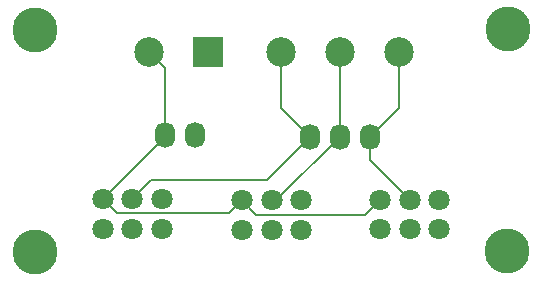
<source format=gbr>
G04 #@! TF.GenerationSoftware,KiCad,Pcbnew,9.0.1*
G04 #@! TF.CreationDate,2025-05-02T21:00:57+02:00*
G04 #@! TF.ProjectId,3_pots_pcb_v0.2a,335f706f-7473-45f7-9063-625f76302e32,rev?*
G04 #@! TF.SameCoordinates,Original*
G04 #@! TF.FileFunction,Copper,L1,Top*
G04 #@! TF.FilePolarity,Positive*
%FSLAX46Y46*%
G04 Gerber Fmt 4.6, Leading zero omitted, Abs format (unit mm)*
G04 Created by KiCad (PCBNEW 9.0.1) date 2025-05-02 21:00:57*
%MOMM*%
%LPD*%
G01*
G04 APERTURE LIST*
G04 #@! TA.AperFunction,ComponentPad*
%ADD10C,2.500000*%
G04 #@! TD*
G04 #@! TA.AperFunction,ComponentPad*
%ADD11R,2.500000X2.500000*%
G04 #@! TD*
G04 #@! TA.AperFunction,ComponentPad*
%ADD12C,3.800000*%
G04 #@! TD*
G04 #@! TA.AperFunction,ComponentPad*
%ADD13C,1.800000*%
G04 #@! TD*
G04 #@! TA.AperFunction,ComponentPad*
%ADD14O,1.700000X2.200000*%
G04 #@! TD*
G04 #@! TA.AperFunction,Conductor*
%ADD15C,0.200000*%
G04 #@! TD*
G04 APERTURE END LIST*
D10*
X152825000Y-95125000D03*
D11*
X157825000Y-95125000D03*
D12*
X143225000Y-93250000D03*
X183175000Y-112025000D03*
D13*
X172425000Y-110175000D03*
X174925000Y-110175000D03*
X177425000Y-110175000D03*
X172425000Y-107675000D03*
X174925000Y-107675000D03*
X177425000Y-107675000D03*
D12*
X183200000Y-93200000D03*
D14*
X154175000Y-102200000D03*
X156715000Y-102200000D03*
D12*
X143225000Y-112075000D03*
D14*
X166485000Y-102325000D03*
X169025000Y-102325000D03*
X171565000Y-102325000D03*
D10*
X164025000Y-95125000D03*
X169025000Y-95125000D03*
X174025000Y-95125000D03*
D13*
X160725000Y-110225000D03*
X163225000Y-110225000D03*
X165725000Y-110225000D03*
X160725000Y-107725000D03*
X163225000Y-107725000D03*
X165725000Y-107725000D03*
X148925000Y-110125000D03*
X151425000Y-110125000D03*
X153925000Y-110125000D03*
X148925000Y-107625000D03*
X151425000Y-107625000D03*
X153925000Y-107625000D03*
D15*
X159624000Y-108826000D02*
X160725000Y-107725000D01*
X154175000Y-102200000D02*
X154175000Y-102375000D01*
X154175000Y-102375000D02*
X148925000Y-107625000D01*
X171174000Y-108926000D02*
X172425000Y-107675000D01*
X160725000Y-107725000D02*
X161926000Y-108926000D01*
X148925000Y-107625000D02*
X150126000Y-108826000D01*
X152825000Y-95125000D02*
X154175000Y-96475000D01*
X150126000Y-108826000D02*
X159624000Y-108826000D01*
X161926000Y-108926000D02*
X171174000Y-108926000D01*
X154175000Y-96475000D02*
X154175000Y-102200000D01*
X163225000Y-107725000D02*
X163325000Y-107825000D01*
X169025000Y-95125000D02*
X169025000Y-102325000D01*
X163625000Y-107725000D02*
X163225000Y-107725000D01*
X163325000Y-107825000D02*
X163525000Y-107825000D01*
X169025000Y-102325000D02*
X163625000Y-107725000D01*
X151425000Y-107625000D02*
X153050000Y-106000000D01*
X166485000Y-102325000D02*
X164025000Y-99865000D01*
X153050000Y-106000000D02*
X162810000Y-106000000D01*
X164025000Y-99865000D02*
X164025000Y-95125000D01*
X162810000Y-106000000D02*
X166485000Y-102325000D01*
X174025000Y-99865000D02*
X171565000Y-102325000D01*
X171565000Y-102325000D02*
X171565000Y-104315000D01*
X174025000Y-95125000D02*
X174025000Y-99865000D01*
X171565000Y-104315000D02*
X174925000Y-107675000D01*
M02*

</source>
